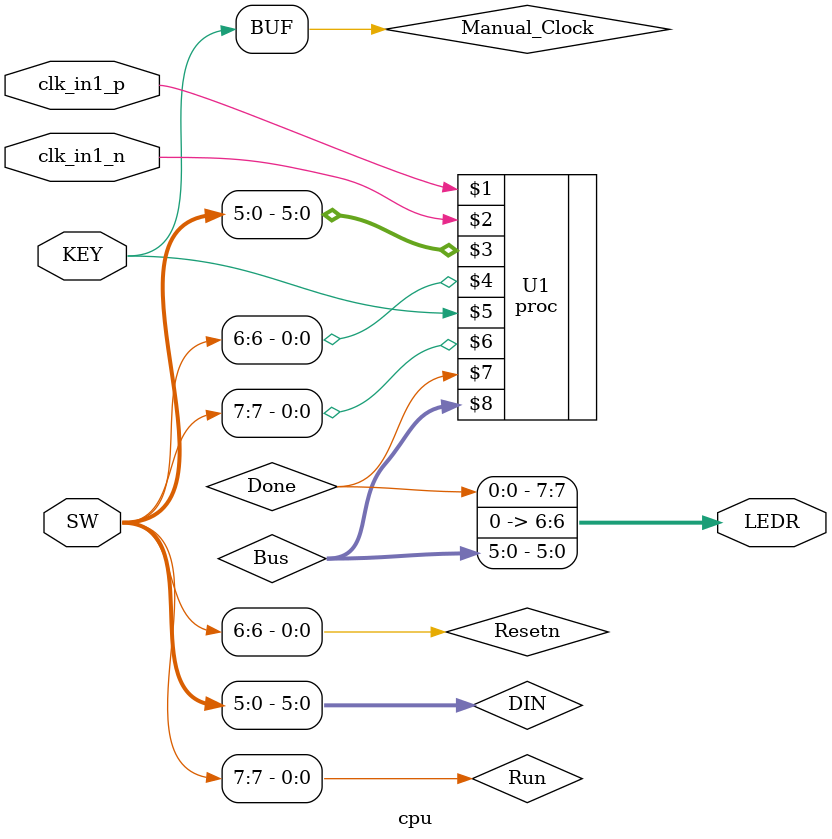
<source format=v>

module cpu (clk_in1_n, clk_in1_p, KEY, SW, LEDR);
    input      clk_in1_n, clk_in1_p;
	input       KEY;
	input [7:0] SW;
	output [7:0] LEDR; 	

	wire Resetn,  Run, Done;
	wire Manual_Clock;
	wire [5:0] DIN, Bus;

	assign Resetn = SW[6];
	assign Manual_Clock = KEY;	
		// Note: can't use name Clock because this is defined as
		// the 50 MHz Clock coming into the FPGA from the board
	assign DIN = SW[5:0];
	assign Run = SW[7];

	proc U1 (clk_in1_p, clk_in1_n, DIN, Resetn, Manual_Clock, Run, Done, Bus);

	assign LEDR[5:0] = Bus;
	assign LEDR[6] = 1'b0;
	assign LEDR[7] = Done;

endmodule
</source>
